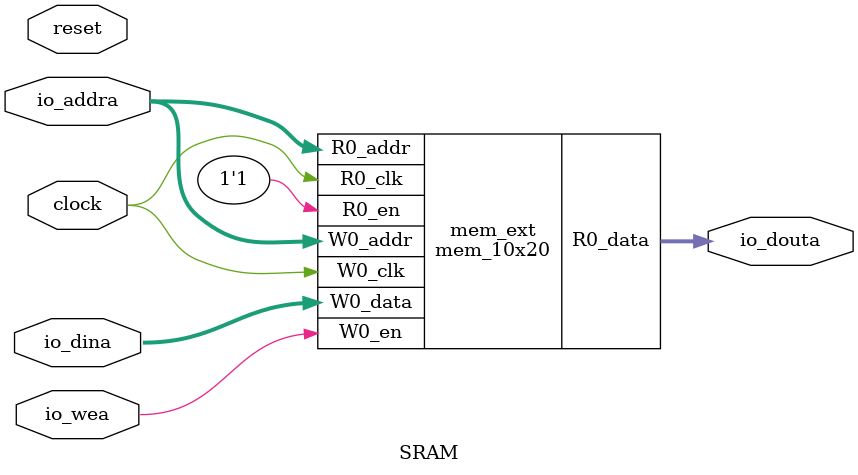
<source format=sv>
module mem_10x20(
  input  [3:0]  R0_addr,
  input         R0_en,
                R0_clk,
  output [19:0] R0_data,
  input  [3:0]  W0_addr,
  input         W0_en,
                W0_clk,
  input  [19:0] W0_data
);

  reg [19:0] Memory[0:9];
  reg        _R0_en_d0;
  reg [3:0]  _R0_addr_d0;
  always @(posedge R0_clk) begin
    _R0_en_d0 <= R0_en;
    _R0_addr_d0 <= R0_addr;
  end // always @(posedge)
  always @(posedge W0_clk) begin
    if (W0_en & 1'h1)
      Memory[W0_addr] <= W0_data;
  end // always @(posedge)
  assign R0_data = _R0_en_d0 ? Memory[_R0_addr_d0] : 20'bx;
endmodule

module SRAM(
  input         clock,
                reset,
                io_wea,
  input  [3:0]  io_addra,
  input  [19:0] io_dina,
  output [19:0] io_douta
);

  mem_10x20 mem_ext (
    .R0_addr (io_addra),
    .R0_en   (1'h1),
    .R0_clk  (clock),
    .R0_data (io_douta),
    .W0_addr (io_addra),
    .W0_en   (io_wea),
    .W0_clk  (clock),
    .W0_data (io_dina)
  );
endmodule


</source>
